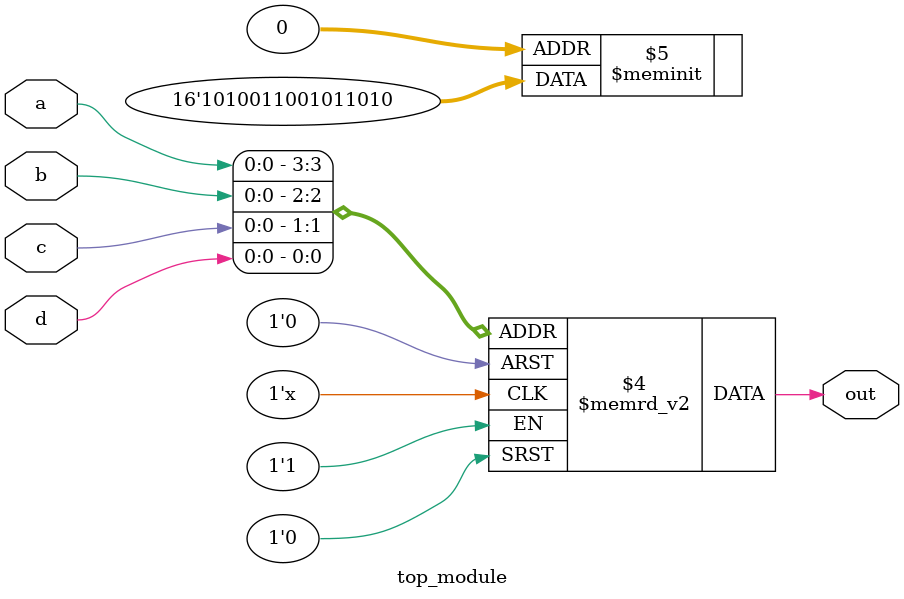
<source format=sv>
module top_module (
	input a, 
	input b,
	input c,
	input d,
	output reg out
);

	always @(*) begin
		case({a,b,c,d})
			4'b0000: out = 1'b0;
			4'b0001: out = 1'b1;
			4'b0010: out = 1'b0;
			4'b0011: out = 1'b1;
			4'b0100: out = 1'b1;
			4'b0101: out = 1'b0;
			4'b0110: out = 1'b1;
			4'b0111: out = 1'b0;
			4'b1000: out = 1'b0;
			4'b1001: out = 1'b1;
			4'b1010: out = 1'b1;
			4'b1011: out = 1'b0;
			4'b1100: out = 1'b0;
			4'b1101: out = 1'b1;
			4'b1110: out = 1'b0;
			4'b1111: out = 1'b1;
		endcase
	end
endmodule

</source>
